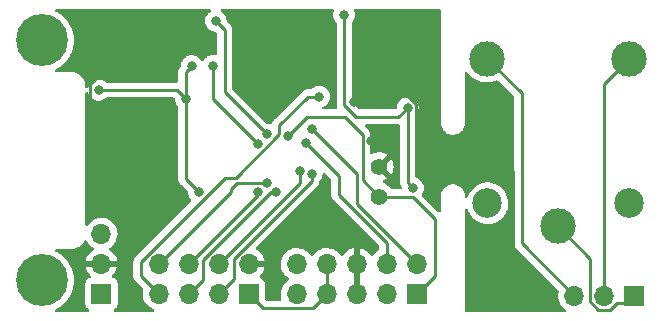
<source format=gbr>
%TF.GenerationSoftware,KiCad,Pcbnew,(6.0.7)*%
%TF.CreationDate,2022-09-05T20:23:25-07:00*%
%TF.ProjectId,EB4,4542342e-6b69-4636-9164-5f7063625858,rev?*%
%TF.SameCoordinates,Original*%
%TF.FileFunction,Copper,L2,Bot*%
%TF.FilePolarity,Positive*%
%FSLAX46Y46*%
G04 Gerber Fmt 4.6, Leading zero omitted, Abs format (unit mm)*
G04 Created by KiCad (PCBNEW (6.0.7)) date 2022-09-05 20:23:25*
%MOMM*%
%LPD*%
G01*
G04 APERTURE LIST*
%TA.AperFunction,ComponentPad*%
%ADD10R,1.700000X1.700000*%
%TD*%
%TA.AperFunction,ComponentPad*%
%ADD11O,1.700000X1.700000*%
%TD*%
%TA.AperFunction,ComponentPad*%
%ADD12C,0.700000*%
%TD*%
%TA.AperFunction,ComponentPad*%
%ADD13C,4.400000*%
%TD*%
%TA.AperFunction,ComponentPad*%
%ADD14C,3.000000*%
%TD*%
%TA.AperFunction,ComponentPad*%
%ADD15C,2.500000*%
%TD*%
%TA.AperFunction,ComponentPad*%
%ADD16C,1.400000*%
%TD*%
%TA.AperFunction,ViaPad*%
%ADD17C,0.800000*%
%TD*%
%TA.AperFunction,Conductor*%
%ADD18C,0.250000*%
%TD*%
G04 APERTURE END LIST*
D10*
%TO.P,J1,1,Pin_1*%
%TO.N,/VIN*%
X71412500Y-88123000D03*
D11*
%TO.P,J1,2,Pin_2*%
%TO.N,GND*%
X71412500Y-85583000D03*
%TO.P,J1,3,Pin_3*%
%TO.N,+3.3V*%
X71412500Y-83043000D03*
%TD*%
D12*
%TO.P,REF\u002A\u002A,1*%
%TO.N,N/C*%
X67524226Y-88161726D03*
X65190774Y-88161726D03*
X65190774Y-85828274D03*
X64707500Y-86995000D03*
D13*
X66357500Y-86995000D03*
D12*
X66357500Y-85345000D03*
X66357500Y-88645000D03*
X67524226Y-85828274D03*
X68007500Y-86995000D03*
%TD*%
%TO.P,REF\u002A\u002A,1*%
%TO.N,N/C*%
X64707500Y-66675000D03*
X68007500Y-66675000D03*
X66357500Y-68325000D03*
X65190774Y-67841726D03*
X66357500Y-65025000D03*
D13*
X66357500Y-66675000D03*
D12*
X67524226Y-67841726D03*
X67524226Y-65508274D03*
X65190774Y-65508274D03*
%TD*%
D10*
%TO.P,J2,1,Pin_1*%
%TO.N,/NRST*%
X98107500Y-88158000D03*
D11*
%TO.P,J2,2,Pin_2*%
%TO.N,/SWCLK*%
X98107500Y-85618000D03*
%TO.P,J2,3,Pin_3*%
%TO.N,unconnected-(J2-Pad3)*%
X95567500Y-88158000D03*
%TO.P,J2,4,Pin_4*%
%TO.N,/SWDIO*%
X95567500Y-85618000D03*
%TO.P,J2,5,Pin_5*%
%TO.N,GND*%
X93027500Y-88158000D03*
%TO.P,J2,6,Pin_6*%
X93027500Y-85618000D03*
%TO.P,J2,7,Pin_7*%
%TO.N,+3.3V*%
X90487500Y-88158000D03*
%TO.P,J2,8,Pin_8*%
X90487500Y-85618000D03*
%TO.P,J2,9,Pin_9*%
%TO.N,unconnected-(J2-Pad9)*%
X87947500Y-88158000D03*
%TO.P,J2,10,Pin_10*%
%TO.N,unconnected-(J2-Pad10)*%
X87947500Y-85618000D03*
%TD*%
D14*
%TO.P,K1,1*%
%TO.N,/COM*%
X110045500Y-82414000D03*
D15*
%TO.P,K1,2*%
%TO.N,Net-(D4-Pad2)*%
X116095500Y-80464000D03*
D14*
%TO.P,K1,3*%
%TO.N,/NC*%
X116095500Y-68264000D03*
%TO.P,K1,4*%
%TO.N,/NO*%
X104045500Y-68214000D03*
D15*
%TO.P,K1,5*%
%TO.N,/VIN*%
X104095500Y-80464000D03*
%TD*%
D10*
%TO.P,J3,1,Pin_1*%
%TO.N,+3.3V*%
X83883500Y-88138000D03*
D11*
%TO.P,J3,2,Pin_2*%
%TO.N,GND*%
X83883500Y-85598000D03*
%TO.P,J3,3,Pin_3*%
%TO.N,/CSN*%
X81343500Y-88138000D03*
%TO.P,J3,4,Pin_4*%
%TO.N,/CE*%
X81343500Y-85598000D03*
%TO.P,J3,5,Pin_5*%
%TO.N,/MOSI*%
X78803500Y-88138000D03*
%TO.P,J3,6,Pin_6*%
%TO.N,/SCK*%
X78803500Y-85598000D03*
%TO.P,J3,7,Pin_7*%
%TO.N,/IRQ*%
X76263500Y-88138000D03*
%TO.P,J3,8,Pin_8*%
%TO.N,/MISO*%
X76263500Y-85598000D03*
%TD*%
D10*
%TO.P,J4,1,Pin_1*%
%TO.N,/COM*%
X116507500Y-88290000D03*
D11*
%TO.P,J4,2,Pin_2*%
%TO.N,/NC*%
X113967500Y-88290000D03*
%TO.P,J4,3,Pin_3*%
%TO.N,/NO*%
X111427500Y-88290000D03*
%TD*%
D16*
%TO.P,JP1,1,A*%
%TO.N,GND*%
X94932500Y-77363000D03*
%TO.P,JP1,2,B*%
%TO.N,/NRST*%
X94932500Y-79903000D03*
%TD*%
D17*
%TO.N,+3.3V*%
X78549500Y-71628000D03*
X79655925Y-79519275D03*
X91948000Y-64516000D03*
X79057500Y-68834000D03*
X97805987Y-79180945D03*
X97345500Y-72363500D03*
X71172500Y-70877000D03*
%TO.N,GND*%
X86423500Y-70612000D03*
X72961500Y-76200000D03*
X92773500Y-71882000D03*
X108775500Y-87884000D03*
X73723500Y-88138000D03*
X79311500Y-64516000D03*
X94260000Y-75188299D03*
X72199500Y-69850000D03*
X85407500Y-66294000D03*
X99695000Y-78740000D03*
%TO.N,/NRST*%
X87174693Y-74760775D03*
%TO.N,/SWCLK*%
X89217500Y-74168000D03*
%TO.N,/SWDIO*%
X88709500Y-75360500D03*
%TO.N,/PA10*%
X84641201Y-75433701D03*
X80835500Y-68834000D03*
%TO.N,/PA11*%
X85407500Y-74638500D03*
X81089500Y-65024000D03*
%TO.N,/SCK*%
X84645500Y-79502000D03*
%TO.N,/MISO*%
X85407500Y-78740000D03*
%TO.N,/MOSI*%
X86169500Y-79502000D03*
%TO.N,/CSN*%
X89217500Y-77978000D03*
%TO.N,/CE*%
X88201500Y-77724000D03*
%TO.N,/IRQ*%
X89842551Y-71427491D03*
%TD*%
D18*
%TO.N,+3.3V*%
X78549500Y-71628000D02*
X78549500Y-69342000D01*
X89312500Y-89333000D02*
X85078500Y-89333000D01*
X97805987Y-79180945D02*
X97345500Y-78720458D01*
X78549500Y-78412850D02*
X78549500Y-71628000D01*
X97345500Y-78720458D02*
X97345500Y-72363500D01*
X90487500Y-88158000D02*
X89312500Y-89333000D01*
X78549500Y-69342000D02*
X79057500Y-68834000D01*
X96557000Y-73152000D02*
X97345500Y-72363500D01*
X91948000Y-64516000D02*
X91948000Y-72136000D01*
X85078500Y-89333000D02*
X83883500Y-88138000D01*
X91948000Y-72136000D02*
X92964000Y-73152000D01*
X79655925Y-79519275D02*
X78549500Y-78412850D01*
X71172500Y-70877000D02*
X77798500Y-70877000D01*
X92964000Y-73152000D02*
X96557000Y-73152000D01*
X90487500Y-85618000D02*
X90487500Y-88158000D01*
X77798500Y-70877000D02*
X78549500Y-71628000D01*
%TO.N,GND*%
X97381305Y-71374000D02*
X93281500Y-71374000D01*
X106235500Y-85344000D02*
X106235500Y-77724000D01*
X70421500Y-73660000D02*
X72961500Y-76200000D01*
X70929500Y-69850000D02*
X70421500Y-70358000D01*
X99568000Y-75692000D02*
X98070500Y-74194500D01*
X94518299Y-74930000D02*
X94260000Y-75188299D01*
X108775500Y-87884000D02*
X106235500Y-85344000D01*
X104203500Y-75692000D02*
X99568000Y-75692000D01*
X93281500Y-71374000D02*
X92773500Y-71882000D01*
X70421500Y-70358000D02*
X70421500Y-73660000D01*
X106235500Y-77724000D02*
X104203500Y-75692000D01*
X98070500Y-72063195D02*
X97381305Y-71374000D01*
X98070500Y-74194500D02*
X98070500Y-72063195D01*
X72199500Y-69850000D02*
X70929500Y-69850000D01*
%TO.N,/NRST*%
X97746500Y-79903000D02*
X99631500Y-81788000D01*
X93535500Y-74676000D02*
X93535500Y-78506000D01*
X93535500Y-78506000D02*
X94932500Y-79903000D01*
X92011500Y-73152000D02*
X93535500Y-74676000D01*
X87174693Y-74760775D02*
X88783468Y-73152000D01*
X99631500Y-81788000D02*
X99631500Y-86634000D01*
X88783468Y-73152000D02*
X92011500Y-73152000D01*
X99631500Y-86634000D02*
X98107500Y-88158000D01*
X94932500Y-79903000D02*
X97746500Y-79903000D01*
%TO.N,/SWCLK*%
X93027500Y-77978000D02*
X89217500Y-74168000D01*
X98107500Y-85618000D02*
X93027500Y-80538000D01*
X93027500Y-80538000D02*
X93027500Y-77978000D01*
%TO.N,/SWDIO*%
X91503500Y-78154500D02*
X88709500Y-75360500D01*
X95567500Y-85618000D02*
X95567500Y-83820000D01*
X95567500Y-83820000D02*
X91503500Y-79756000D01*
X91503500Y-79756000D02*
X91503500Y-78154500D01*
%TO.N,/PA10*%
X80835500Y-71628000D02*
X84641201Y-75433701D01*
X80835500Y-68834000D02*
X80835500Y-71628000D01*
%TO.N,/PA11*%
X81851500Y-71082500D02*
X85407500Y-74638500D01*
X81851500Y-65786000D02*
X81851500Y-71082500D01*
X81089500Y-65024000D02*
X81851500Y-65786000D01*
%TO.N,/SCK*%
X84645500Y-79756000D02*
X78803500Y-85598000D01*
X84645500Y-79502000D02*
X84645500Y-79756000D01*
%TO.N,/MISO*%
X82867500Y-78740000D02*
X82359500Y-79248000D01*
X82359500Y-79502000D02*
X76263500Y-85598000D01*
X82359500Y-79248000D02*
X82359500Y-79502000D01*
X85407500Y-78740000D02*
X82867500Y-78740000D01*
%TO.N,/MOSI*%
X79978500Y-86963000D02*
X78803500Y-88138000D01*
X85777799Y-79502000D02*
X79978500Y-85301299D01*
X79978500Y-85301299D02*
X79978500Y-86963000D01*
X86169500Y-79502000D02*
X85777799Y-79502000D01*
%TO.N,/CSN*%
X82613500Y-86868000D02*
X81343500Y-88138000D01*
X89217500Y-78602299D02*
X82613500Y-85206299D01*
X82613500Y-85206299D02*
X82613500Y-86868000D01*
X89217500Y-77978000D02*
X89217500Y-78602299D01*
%TO.N,/CE*%
X88201500Y-77724000D02*
X88201500Y-78740000D01*
X88201500Y-78740000D02*
X81343500Y-85598000D01*
%TO.N,/IRQ*%
X86460500Y-73867695D02*
X86460500Y-74639000D01*
X89842551Y-71427491D02*
X88900704Y-71427491D01*
X74739500Y-85460299D02*
X74739500Y-86614000D01*
X86460500Y-74639000D02*
X82809500Y-78290000D01*
X74739500Y-86614000D02*
X76263500Y-88138000D01*
X82809500Y-78290000D02*
X81909799Y-78290000D01*
X88900704Y-71427491D02*
X86460500Y-73867695D01*
X81909799Y-78290000D02*
X74739500Y-85460299D01*
%TO.N,/COM*%
X113480799Y-89465000D02*
X112792500Y-88776701D01*
X116507500Y-88290000D02*
X115897500Y-88900000D01*
X115019201Y-88900000D02*
X114454201Y-89465000D01*
X112792500Y-88776701D02*
X112792500Y-85161000D01*
X112792500Y-85161000D02*
X110045500Y-82414000D01*
X115897500Y-88900000D02*
X115019201Y-88900000D01*
X114454201Y-89465000D02*
X113480799Y-89465000D01*
%TO.N,/NC*%
X113967500Y-70392000D02*
X116095500Y-68264000D01*
X113967500Y-88290000D02*
X113967500Y-70392000D01*
%TO.N,/NO*%
X104045500Y-68214000D02*
X106997500Y-71166000D01*
X106997500Y-83860000D02*
X111427500Y-88290000D01*
X106997500Y-71166000D02*
X106997500Y-83860000D01*
%TD*%
%TA.AperFunction,Conductor*%
%TO.N,GND*%
G36*
X70249512Y-71034877D02*
G01*
X70286833Y-71091163D01*
X70337973Y-71248556D01*
X70433460Y-71413944D01*
X70437878Y-71418851D01*
X70437879Y-71418852D01*
X70445658Y-71427491D01*
X70561247Y-71555866D01*
X70636934Y-71610856D01*
X70694537Y-71652707D01*
X70715748Y-71668118D01*
X70721776Y-71670802D01*
X70721778Y-71670803D01*
X70867084Y-71735497D01*
X70890212Y-71745794D01*
X70983613Y-71765647D01*
X71070556Y-71784128D01*
X71070561Y-71784128D01*
X71077013Y-71785500D01*
X71267987Y-71785500D01*
X71274439Y-71784128D01*
X71274444Y-71784128D01*
X71361387Y-71765647D01*
X71454788Y-71745794D01*
X71477916Y-71735497D01*
X71623222Y-71670803D01*
X71623224Y-71670802D01*
X71629252Y-71668118D01*
X71650464Y-71652707D01*
X71776559Y-71561093D01*
X71783753Y-71555866D01*
X71788168Y-71550963D01*
X71793080Y-71546540D01*
X71794205Y-71547789D01*
X71847514Y-71514949D01*
X71880700Y-71510500D01*
X77483906Y-71510500D01*
X77552027Y-71530502D01*
X77573001Y-71547405D01*
X77602378Y-71576782D01*
X77636404Y-71639094D01*
X77638592Y-71652703D01*
X77642465Y-71689545D01*
X77653974Y-71799047D01*
X77655958Y-71817928D01*
X77714973Y-71999556D01*
X77718276Y-72005278D01*
X77718277Y-72005279D01*
X77734676Y-72033683D01*
X77810460Y-72164944D01*
X77883637Y-72246215D01*
X77914353Y-72310221D01*
X77916000Y-72330524D01*
X77916000Y-78334083D01*
X77915473Y-78345266D01*
X77913798Y-78352759D01*
X77914047Y-78360685D01*
X77914047Y-78360686D01*
X77915938Y-78420836D01*
X77916000Y-78424795D01*
X77916000Y-78452706D01*
X77916497Y-78456640D01*
X77916497Y-78456641D01*
X77916505Y-78456706D01*
X77917438Y-78468543D01*
X77918827Y-78512739D01*
X77924478Y-78532189D01*
X77928487Y-78551550D01*
X77931026Y-78571647D01*
X77933945Y-78579018D01*
X77933945Y-78579020D01*
X77947304Y-78612762D01*
X77951149Y-78623992D01*
X77959761Y-78653635D01*
X77963482Y-78666443D01*
X77967515Y-78673262D01*
X77967517Y-78673267D01*
X77973793Y-78683878D01*
X77982488Y-78701626D01*
X77989948Y-78720467D01*
X77994610Y-78726883D01*
X77994610Y-78726884D01*
X78015936Y-78756237D01*
X78022452Y-78766157D01*
X78026273Y-78772617D01*
X78044958Y-78804212D01*
X78059279Y-78818533D01*
X78072119Y-78833566D01*
X78084028Y-78849957D01*
X78090134Y-78855008D01*
X78118105Y-78878148D01*
X78126884Y-78886138D01*
X78708803Y-79468057D01*
X78742829Y-79530369D01*
X78745017Y-79543978D01*
X78749017Y-79582030D01*
X78761283Y-79698734D01*
X78762383Y-79709203D01*
X78821398Y-79890831D01*
X78824701Y-79896553D01*
X78824702Y-79896554D01*
X78841543Y-79925723D01*
X78916885Y-80056219D01*
X78993606Y-80141426D01*
X79024323Y-80205434D01*
X79015558Y-80275887D01*
X78989064Y-80314831D01*
X76641862Y-82662032D01*
X74347247Y-84956647D01*
X74338961Y-84964187D01*
X74332482Y-84968299D01*
X74327057Y-84974076D01*
X74285857Y-85017950D01*
X74283102Y-85020792D01*
X74263365Y-85040529D01*
X74260885Y-85043726D01*
X74253182Y-85052746D01*
X74222914Y-85084978D01*
X74219095Y-85091924D01*
X74219093Y-85091927D01*
X74213152Y-85102733D01*
X74202301Y-85119252D01*
X74189886Y-85135258D01*
X74186741Y-85142527D01*
X74186738Y-85142531D01*
X74172326Y-85175836D01*
X74167109Y-85186486D01*
X74145805Y-85225239D01*
X74143834Y-85232914D01*
X74143834Y-85232915D01*
X74140767Y-85244861D01*
X74134363Y-85263565D01*
X74126319Y-85282154D01*
X74125080Y-85289977D01*
X74125077Y-85289987D01*
X74119401Y-85325823D01*
X74116995Y-85337443D01*
X74111823Y-85357588D01*
X74106000Y-85380269D01*
X74106000Y-85400523D01*
X74104449Y-85420233D01*
X74101280Y-85440242D01*
X74102026Y-85448134D01*
X74105441Y-85484260D01*
X74106000Y-85496118D01*
X74106000Y-86535233D01*
X74105473Y-86546416D01*
X74103798Y-86553909D01*
X74104047Y-86561835D01*
X74104047Y-86561836D01*
X74105938Y-86621986D01*
X74106000Y-86625945D01*
X74106000Y-86653856D01*
X74106497Y-86657790D01*
X74106497Y-86657791D01*
X74106505Y-86657856D01*
X74107438Y-86669693D01*
X74108827Y-86713889D01*
X74114478Y-86733339D01*
X74118487Y-86752700D01*
X74121026Y-86772797D01*
X74123945Y-86780168D01*
X74123945Y-86780170D01*
X74137304Y-86813912D01*
X74141149Y-86825142D01*
X74149601Y-86854233D01*
X74153482Y-86867593D01*
X74157515Y-86874412D01*
X74157517Y-86874417D01*
X74163793Y-86885028D01*
X74172488Y-86902776D01*
X74179948Y-86921617D01*
X74184610Y-86928033D01*
X74184610Y-86928034D01*
X74205936Y-86957387D01*
X74212452Y-86967307D01*
X74228830Y-86995000D01*
X74234958Y-87005362D01*
X74249279Y-87019683D01*
X74262119Y-87034716D01*
X74274028Y-87051107D01*
X74301998Y-87074246D01*
X74308105Y-87079298D01*
X74316884Y-87087288D01*
X74913278Y-87683682D01*
X74947304Y-87745994D01*
X74945600Y-87806448D01*
X74924489Y-87882570D01*
X74923941Y-87887700D01*
X74923940Y-87887704D01*
X74919687Y-87927504D01*
X74900751Y-88104695D01*
X74913610Y-88327715D01*
X74914747Y-88332761D01*
X74914748Y-88332767D01*
X74919561Y-88354121D01*
X74962722Y-88545639D01*
X75046766Y-88752616D01*
X75084185Y-88813678D01*
X75160791Y-88938688D01*
X75163487Y-88943088D01*
X75309750Y-89111938D01*
X75481626Y-89254632D01*
X75674500Y-89367338D01*
X75679325Y-89369180D01*
X75679326Y-89369181D01*
X75806620Y-89417790D01*
X75863123Y-89460778D01*
X75887416Y-89527489D01*
X75871786Y-89596744D01*
X75821195Y-89646554D01*
X75761671Y-89661500D01*
X72564571Y-89661500D01*
X72496450Y-89641498D01*
X72449957Y-89587842D01*
X72439853Y-89517568D01*
X72469347Y-89452988D01*
X72502757Y-89426032D01*
X72509205Y-89423615D01*
X72625761Y-89336261D01*
X72713115Y-89219705D01*
X72764245Y-89083316D01*
X72771000Y-89021134D01*
X72771000Y-87224866D01*
X72764245Y-87162684D01*
X72713115Y-87026295D01*
X72625761Y-86909739D01*
X72509205Y-86822385D01*
X72414573Y-86786909D01*
X72390187Y-86777767D01*
X72333423Y-86735125D01*
X72308723Y-86668564D01*
X72323930Y-86599215D01*
X72345477Y-86570535D01*
X72446552Y-86469812D01*
X72453230Y-86461965D01*
X72577503Y-86289020D01*
X72582813Y-86280183D01*
X72677170Y-86089267D01*
X72680969Y-86079672D01*
X72742877Y-85875910D01*
X72745055Y-85865837D01*
X72746486Y-85854962D01*
X72744275Y-85840778D01*
X72731117Y-85837000D01*
X70095725Y-85837000D01*
X70082194Y-85840973D01*
X70080757Y-85850966D01*
X70111065Y-85985446D01*
X70114145Y-85995275D01*
X70194270Y-86192603D01*
X70198913Y-86201794D01*
X70310194Y-86383388D01*
X70316277Y-86391699D01*
X70455713Y-86552667D01*
X70463077Y-86559879D01*
X70468022Y-86563985D01*
X70507656Y-86622889D01*
X70509153Y-86693870D01*
X70472037Y-86754392D01*
X70431764Y-86778910D01*
X70324205Y-86819232D01*
X70324204Y-86819233D01*
X70315795Y-86822385D01*
X70199239Y-86909739D01*
X70111885Y-87026295D01*
X70060755Y-87162684D01*
X70054000Y-87224866D01*
X70054000Y-89021134D01*
X70060755Y-89083316D01*
X70111885Y-89219705D01*
X70199239Y-89336261D01*
X70315795Y-89423615D01*
X70321837Y-89425880D01*
X70371084Y-89475239D01*
X70386098Y-89544630D01*
X70361212Y-89611122D01*
X70304329Y-89653605D01*
X70260429Y-89661500D01*
X67625016Y-89661500D01*
X67556895Y-89641498D01*
X67510402Y-89587842D01*
X67500298Y-89517568D01*
X67529792Y-89452988D01*
X67570339Y-89423345D01*
X67569825Y-89422324D01*
X67573220Y-89420616D01*
X67576705Y-89419119D01*
X67859101Y-89255091D01*
X68058588Y-89104493D01*
X68116721Y-89060607D01*
X68116722Y-89060606D01*
X68119745Y-89058324D01*
X68243849Y-88938688D01*
X68352132Y-88834303D01*
X68352135Y-88834300D01*
X68354863Y-88831670D01*
X68468087Y-88692596D01*
X68558655Y-88581351D01*
X68558658Y-88581347D01*
X68561049Y-88578410D01*
X68706607Y-88347715D01*
X68733288Y-88305428D01*
X68733290Y-88305425D01*
X68735315Y-88302215D01*
X68875138Y-88007084D01*
X68908293Y-87907707D01*
X68977290Y-87700897D01*
X68977292Y-87700891D01*
X68978492Y-87697293D01*
X69043881Y-87377329D01*
X69044586Y-87368671D01*
X69067814Y-87083077D01*
X69070356Y-87051826D01*
X69070843Y-87005362D01*
X69070928Y-86997221D01*
X69070928Y-86997214D01*
X69070951Y-86995000D01*
X69070613Y-86989385D01*
X69051526Y-86672793D01*
X69051526Y-86672789D01*
X69051298Y-86669015D01*
X69050339Y-86663760D01*
X68993305Y-86351473D01*
X68993304Y-86351469D01*
X68992625Y-86347751D01*
X68984328Y-86321028D01*
X68921848Y-86119811D01*
X68895782Y-86035863D01*
X68762170Y-85737869D01*
X68593726Y-85458084D01*
X68591399Y-85455100D01*
X68591394Y-85455093D01*
X68395226Y-85203558D01*
X68395224Y-85203556D01*
X68392890Y-85200563D01*
X68162570Y-84969034D01*
X67906103Y-84766852D01*
X67627205Y-84596945D01*
X67623761Y-84595379D01*
X67623757Y-84595377D01*
X67581744Y-84576275D01*
X67566185Y-84569201D01*
X67512452Y-84522797D01*
X67492336Y-84454710D01*
X67512225Y-84386556D01*
X67565803Y-84339974D01*
X67618336Y-84328500D01*
X68844250Y-84328500D01*
X68865155Y-84330246D01*
X68880156Y-84332770D01*
X68880159Y-84332770D01*
X68884948Y-84333576D01*
X68891187Y-84333652D01*
X68892640Y-84333670D01*
X68892643Y-84333670D01*
X68897500Y-84333729D01*
X68909537Y-84332005D01*
X68916378Y-84331216D01*
X68984354Y-84325269D01*
X69091344Y-84315909D01*
X69091349Y-84315908D01*
X69096825Y-84315429D01*
X69102138Y-84314005D01*
X69102140Y-84314005D01*
X69284784Y-84265066D01*
X69284786Y-84265065D01*
X69290094Y-84263643D01*
X69295076Y-84261320D01*
X69466447Y-84181409D01*
X69466452Y-84181406D01*
X69471434Y-84179083D01*
X69602698Y-84087171D01*
X69630824Y-84067477D01*
X69630827Y-84067475D01*
X69635335Y-84064318D01*
X69776818Y-83922835D01*
X69785974Y-83909760D01*
X69862892Y-83799909D01*
X69891583Y-83758934D01*
X69893906Y-83753952D01*
X69893909Y-83753947D01*
X69953995Y-83625091D01*
X70000912Y-83571806D01*
X70069190Y-83552345D01*
X70137149Y-83572887D01*
X70184933Y-83630938D01*
X70193820Y-83652825D01*
X70193823Y-83652831D01*
X70195766Y-83657616D01*
X70232258Y-83717165D01*
X70287821Y-83807836D01*
X70312487Y-83848088D01*
X70458750Y-84016938D01*
X70630626Y-84159632D01*
X70658510Y-84175926D01*
X70704455Y-84202774D01*
X70753179Y-84254412D01*
X70766250Y-84324195D01*
X70739519Y-84389967D01*
X70699062Y-84423327D01*
X70690957Y-84427546D01*
X70682238Y-84433036D01*
X70511933Y-84560905D01*
X70504226Y-84567748D01*
X70357090Y-84721717D01*
X70350604Y-84729727D01*
X70230598Y-84905649D01*
X70225500Y-84914623D01*
X70135838Y-85107783D01*
X70132275Y-85117470D01*
X70076889Y-85317183D01*
X70078412Y-85325607D01*
X70090792Y-85329000D01*
X72730844Y-85329000D01*
X72744375Y-85325027D01*
X72745680Y-85315947D01*
X72703714Y-85148875D01*
X72700394Y-85139124D01*
X72615472Y-84943814D01*
X72610605Y-84934739D01*
X72494926Y-84755926D01*
X72488636Y-84747757D01*
X72345306Y-84590240D01*
X72337773Y-84583215D01*
X72170639Y-84451222D01*
X72162056Y-84445520D01*
X72125102Y-84425120D01*
X72075131Y-84374687D01*
X72060359Y-84305245D01*
X72085475Y-84238839D01*
X72112827Y-84212232D01*
X72179769Y-84164483D01*
X72292360Y-84084173D01*
X72309115Y-84067477D01*
X72446935Y-83930137D01*
X72450596Y-83926489D01*
X72458350Y-83915699D01*
X72577935Y-83749277D01*
X72580953Y-83745077D01*
X72620782Y-83664490D01*
X72677636Y-83549453D01*
X72677637Y-83549451D01*
X72679930Y-83544811D01*
X72744870Y-83331069D01*
X72774029Y-83109590D01*
X72775656Y-83043000D01*
X72757352Y-82820361D01*
X72702931Y-82603702D01*
X72613854Y-82398840D01*
X72574406Y-82337862D01*
X72495322Y-82215617D01*
X72495320Y-82215614D01*
X72492514Y-82211277D01*
X72342170Y-82046051D01*
X72338119Y-82042852D01*
X72338115Y-82042848D01*
X72170914Y-81910800D01*
X72170910Y-81910798D01*
X72166859Y-81907598D01*
X72136151Y-81890646D01*
X72059471Y-81848317D01*
X71971289Y-81799638D01*
X71966420Y-81797914D01*
X71966416Y-81797912D01*
X71765587Y-81726795D01*
X71765583Y-81726794D01*
X71760712Y-81725069D01*
X71755619Y-81724162D01*
X71755616Y-81724161D01*
X71545873Y-81686800D01*
X71545867Y-81686799D01*
X71540784Y-81685894D01*
X71466952Y-81684992D01*
X71322581Y-81683228D01*
X71322579Y-81683228D01*
X71317411Y-81683165D01*
X71096591Y-81716955D01*
X70884256Y-81786357D01*
X70854907Y-81801635D01*
X70710500Y-81876809D01*
X70686107Y-81889507D01*
X70681974Y-81892610D01*
X70681971Y-81892612D01*
X70511600Y-82020530D01*
X70507465Y-82023635D01*
X70353129Y-82185138D01*
X70350215Y-82189410D01*
X70350214Y-82189411D01*
X70271088Y-82305406D01*
X70216177Y-82350409D01*
X70145652Y-82358580D01*
X70081905Y-82327326D01*
X70045175Y-82266569D01*
X70041000Y-82234402D01*
X70041000Y-71130101D01*
X70061002Y-71061980D01*
X70114658Y-71015487D01*
X70184932Y-71005383D01*
X70249512Y-71034877D01*
G37*
%TD.AperFunction*%
%TA.AperFunction,Conductor*%
G36*
X99978014Y-64010000D02*
G01*
X99992849Y-64012310D01*
X99992852Y-64012310D01*
X100001722Y-64013691D01*
X100007498Y-64012936D01*
X100073851Y-64033303D01*
X100119685Y-64087523D01*
X100128152Y-64128874D01*
X100129296Y-64128724D01*
X100132397Y-64152432D01*
X100133443Y-64160434D01*
X100134507Y-64176711D01*
X100135226Y-65694036D01*
X100138976Y-73610726D01*
X100137476Y-73630170D01*
X100135190Y-73644851D01*
X100135190Y-73644855D01*
X100133809Y-73653724D01*
X100134682Y-73660402D01*
X100138118Y-73697481D01*
X100149271Y-73817837D01*
X100152027Y-73847582D01*
X100153621Y-73853183D01*
X100153621Y-73853185D01*
X100157685Y-73867468D01*
X100203581Y-74028775D01*
X100287552Y-74197411D01*
X100291063Y-74202060D01*
X100291064Y-74202062D01*
X100323720Y-74245305D01*
X100401079Y-74347746D01*
X100540297Y-74474660D01*
X100545248Y-74477726D01*
X100545250Y-74477727D01*
X100621709Y-74525068D01*
X100700466Y-74573832D01*
X100876130Y-74641885D01*
X101061307Y-74676500D01*
X101249693Y-74676500D01*
X101434870Y-74641885D01*
X101610534Y-74573832D01*
X101689291Y-74525068D01*
X101765750Y-74477727D01*
X101765752Y-74477726D01*
X101770703Y-74474660D01*
X101909921Y-74347746D01*
X101987280Y-74245305D01*
X102019936Y-74202062D01*
X102019937Y-74202060D01*
X102023448Y-74197411D01*
X102107419Y-74028775D01*
X102153315Y-73867468D01*
X102157379Y-73853185D01*
X102157379Y-73853183D01*
X102158973Y-73847582D01*
X102172452Y-73702118D01*
X102173655Y-73692886D01*
X102177076Y-73672552D01*
X102177229Y-73660000D01*
X102173273Y-73632376D01*
X102172000Y-73614514D01*
X102172000Y-69439923D01*
X102192002Y-69371802D01*
X102245658Y-69325309D01*
X102315932Y-69315205D01*
X102380512Y-69344699D01*
X102401840Y-69368556D01*
X102467774Y-69464490D01*
X102470661Y-69467663D01*
X102470662Y-69467664D01*
X102649192Y-69663867D01*
X102652082Y-69667043D01*
X102862175Y-69842707D01*
X102865816Y-69844991D01*
X103090524Y-69985951D01*
X103090528Y-69985953D01*
X103094164Y-69988234D01*
X103172553Y-70023628D01*
X103339845Y-70099164D01*
X103339849Y-70099166D01*
X103343757Y-70100930D01*
X103347877Y-70102150D01*
X103347876Y-70102150D01*
X103602223Y-70177491D01*
X103602227Y-70177492D01*
X103606336Y-70178709D01*
X103610570Y-70179357D01*
X103610575Y-70179358D01*
X103872798Y-70219483D01*
X103872800Y-70219483D01*
X103877040Y-70220132D01*
X104016412Y-70222322D01*
X104146571Y-70224367D01*
X104146577Y-70224367D01*
X104150862Y-70224434D01*
X104422735Y-70191534D01*
X104687627Y-70122041D01*
X104871484Y-70045885D01*
X104942071Y-70038296D01*
X105008795Y-70073199D01*
X106327095Y-71391499D01*
X106361121Y-71453811D01*
X106364000Y-71480594D01*
X106364000Y-83781233D01*
X106363473Y-83792416D01*
X106361798Y-83799909D01*
X106362047Y-83807835D01*
X106362047Y-83807836D01*
X106363938Y-83867986D01*
X106364000Y-83871945D01*
X106364000Y-83899856D01*
X106364497Y-83903790D01*
X106364497Y-83903791D01*
X106364505Y-83903856D01*
X106365438Y-83915693D01*
X106366827Y-83959889D01*
X106372478Y-83979339D01*
X106376487Y-83998700D01*
X106379026Y-84018797D01*
X106381945Y-84026168D01*
X106381945Y-84026170D01*
X106395304Y-84059912D01*
X106399149Y-84071142D01*
X106411482Y-84113593D01*
X106415515Y-84120412D01*
X106415517Y-84120417D01*
X106421793Y-84131028D01*
X106430488Y-84148776D01*
X106437948Y-84167617D01*
X106442610Y-84174033D01*
X106442610Y-84174034D01*
X106463936Y-84203387D01*
X106470452Y-84213307D01*
X106486730Y-84240831D01*
X106492958Y-84251362D01*
X106507279Y-84265683D01*
X106520119Y-84280716D01*
X106532028Y-84297107D01*
X106560186Y-84320401D01*
X106566105Y-84325298D01*
X106574884Y-84333288D01*
X110077277Y-87835682D01*
X110111303Y-87897994D01*
X110109600Y-87958446D01*
X110088489Y-88034570D01*
X110064751Y-88256695D01*
X110065048Y-88261848D01*
X110065048Y-88261851D01*
X110069701Y-88342547D01*
X110077610Y-88479715D01*
X110078747Y-88484761D01*
X110078748Y-88484767D01*
X110084757Y-88511429D01*
X110126722Y-88697639D01*
X110210766Y-88904616D01*
X110243901Y-88958688D01*
X110303345Y-89055691D01*
X110327487Y-89095088D01*
X110473750Y-89263938D01*
X110645626Y-89406632D01*
X110672480Y-89422324D01*
X110679989Y-89426712D01*
X110728713Y-89478350D01*
X110741784Y-89548133D01*
X110715053Y-89613905D01*
X110657006Y-89654784D01*
X110616419Y-89661500D01*
X102298000Y-89661500D01*
X102229879Y-89641498D01*
X102183386Y-89587842D01*
X102172000Y-89535500D01*
X102172000Y-81034608D01*
X102192002Y-80966487D01*
X102245658Y-80919994D01*
X102315932Y-80909890D01*
X102380512Y-80939384D01*
X102416588Y-80992030D01*
X102484526Y-81181252D01*
X102499692Y-81209478D01*
X102588793Y-81375303D01*
X102608237Y-81411491D01*
X102611032Y-81415234D01*
X102611034Y-81415237D01*
X102761830Y-81617177D01*
X102761835Y-81617183D01*
X102764622Y-81620915D01*
X102767931Y-81624195D01*
X102767936Y-81624201D01*
X102946926Y-81801635D01*
X102950243Y-81804923D01*
X102954005Y-81807681D01*
X102954008Y-81807684D01*
X103090274Y-81907598D01*
X103161024Y-81959474D01*
X103165167Y-81961654D01*
X103165169Y-81961655D01*
X103388184Y-82078989D01*
X103388189Y-82078991D01*
X103392334Y-82081172D01*
X103639090Y-82167344D01*
X103643683Y-82168216D01*
X103891285Y-82215224D01*
X103891288Y-82215224D01*
X103895874Y-82216095D01*
X104026459Y-82221226D01*
X104152375Y-82226174D01*
X104152381Y-82226174D01*
X104157043Y-82226357D01*
X104236477Y-82217657D01*
X104412207Y-82198412D01*
X104412212Y-82198411D01*
X104416860Y-82197902D01*
X104421384Y-82196711D01*
X104665094Y-82132548D01*
X104665096Y-82132547D01*
X104669617Y-82131357D01*
X104696268Y-82119907D01*
X104905472Y-82030025D01*
X104909762Y-82028182D01*
X104920399Y-82021600D01*
X105128047Y-81893104D01*
X105128048Y-81893104D01*
X105132019Y-81890646D01*
X105135582Y-81887629D01*
X105135587Y-81887626D01*
X105327939Y-81724787D01*
X105327940Y-81724786D01*
X105331505Y-81721768D01*
X105375541Y-81671555D01*
X105500757Y-81528774D01*
X105500761Y-81528769D01*
X105503839Y-81525259D01*
X105645233Y-81305437D01*
X105752583Y-81067129D01*
X105794080Y-80919994D01*
X105822260Y-80820076D01*
X105822261Y-80820073D01*
X105823530Y-80815572D01*
X105839928Y-80686671D01*
X105856116Y-80559421D01*
X105856116Y-80559417D01*
X105856514Y-80556291D01*
X105857033Y-80536500D01*
X105858848Y-80467160D01*
X105858931Y-80464000D01*
X105857271Y-80441658D01*
X105839907Y-80208000D01*
X105839906Y-80207996D01*
X105839561Y-80203348D01*
X105831721Y-80168697D01*
X105784820Y-79961431D01*
X105781877Y-79948423D01*
X105780184Y-79944069D01*
X105688840Y-79709176D01*
X105688839Y-79709173D01*
X105687147Y-79704823D01*
X105677533Y-79688001D01*
X105599720Y-79551858D01*
X105557451Y-79477902D01*
X105395638Y-79272643D01*
X105205263Y-79093557D01*
X105046473Y-78983400D01*
X104994351Y-78947241D01*
X104994348Y-78947239D01*
X104990509Y-78944576D01*
X104968262Y-78933605D01*
X104760281Y-78831040D01*
X104760278Y-78831039D01*
X104756093Y-78828975D01*
X104714541Y-78815674D01*
X104511623Y-78750720D01*
X104507165Y-78749293D01*
X104249193Y-78707279D01*
X104135442Y-78705790D01*
X103992522Y-78703919D01*
X103992519Y-78703919D01*
X103987845Y-78703858D01*
X103728862Y-78739104D01*
X103724376Y-78740412D01*
X103724374Y-78740412D01*
X103656836Y-78760098D01*
X103477933Y-78812243D01*
X103473680Y-78814203D01*
X103473679Y-78814204D01*
X103440116Y-78829677D01*
X103240572Y-78921668D01*
X103201567Y-78947241D01*
X103025904Y-79062410D01*
X103025899Y-79062414D01*
X103021991Y-79064976D01*
X102826994Y-79239018D01*
X102659863Y-79439970D01*
X102657434Y-79443973D01*
X102547672Y-79624856D01*
X102524271Y-79663419D01*
X102423197Y-79904455D01*
X102422047Y-79908985D01*
X102421754Y-79909859D01*
X102381170Y-79968113D01*
X102315535Y-79995177D01*
X102245686Y-79982460D01*
X102193802Y-79933999D01*
X102178018Y-79882888D01*
X102177229Y-79883001D01*
X102175196Y-79868804D01*
X102174462Y-79862569D01*
X102159511Y-79701221D01*
X102159510Y-79701218D01*
X102158973Y-79695418D01*
X102157174Y-79689093D01*
X102118309Y-79552501D01*
X102107419Y-79514225D01*
X102023448Y-79345589D01*
X101909921Y-79195254D01*
X101770703Y-79068340D01*
X101763444Y-79063845D01*
X101615494Y-78972239D01*
X101615493Y-78972239D01*
X101610534Y-78969168D01*
X101434870Y-78901115D01*
X101249693Y-78866500D01*
X101061307Y-78866500D01*
X100876130Y-78901115D01*
X100700466Y-78969168D01*
X100695507Y-78972239D01*
X100695506Y-78972239D01*
X100547557Y-79063845D01*
X100540297Y-79068340D01*
X100401079Y-79195254D01*
X100287552Y-79345589D01*
X100203581Y-79514225D01*
X100192691Y-79552501D01*
X100153827Y-79689093D01*
X100152027Y-79695418D01*
X100151490Y-79701211D01*
X100151488Y-79701223D01*
X100137669Y-79850351D01*
X100136707Y-79858108D01*
X100136013Y-79862569D01*
X100133809Y-79876724D01*
X100134973Y-79885626D01*
X100134973Y-79885630D01*
X100137917Y-79908140D01*
X100138981Y-79924536D01*
X100138853Y-80198141D01*
X100138458Y-81044379D01*
X100138434Y-81094899D01*
X100118400Y-81163010D01*
X100064723Y-81209478D01*
X99994444Y-81219549D01*
X99929877Y-81190026D01*
X99923339Y-81183935D01*
X98581279Y-79841875D01*
X98547253Y-79779563D01*
X98552318Y-79708748D01*
X98561249Y-79689792D01*
X98640514Y-79552501D01*
X98699529Y-79370873D01*
X98701639Y-79350803D01*
X98718801Y-79187510D01*
X98719491Y-79180945D01*
X98712226Y-79111820D01*
X98700219Y-78997580D01*
X98700219Y-78997578D01*
X98699529Y-78991017D01*
X98640514Y-78809389D01*
X98633584Y-78797385D01*
X98587459Y-78717496D01*
X98545027Y-78644001D01*
X98497101Y-78590773D01*
X98421662Y-78506990D01*
X98421661Y-78506989D01*
X98417240Y-78502079D01*
X98262739Y-78389827D01*
X98256711Y-78387143D01*
X98256709Y-78387142D01*
X98094306Y-78314836D01*
X98094305Y-78314836D01*
X98088275Y-78312151D01*
X98081817Y-78310778D01*
X98081813Y-78310777D01*
X98078807Y-78310138D01*
X98077235Y-78309289D01*
X98075535Y-78308737D01*
X98075636Y-78308426D01*
X98016333Y-78276413D01*
X97982009Y-78214264D01*
X97979000Y-78186891D01*
X97979000Y-73066024D01*
X97999002Y-72997903D01*
X98011358Y-72981721D01*
X98084540Y-72900444D01*
X98180027Y-72735056D01*
X98239042Y-72553428D01*
X98242482Y-72520704D01*
X98258314Y-72370065D01*
X98259004Y-72363500D01*
X98257285Y-72347140D01*
X98239732Y-72180135D01*
X98239732Y-72180133D01*
X98239042Y-72173572D01*
X98180027Y-71991944D01*
X98168159Y-71971387D01*
X98133005Y-71910499D01*
X98084540Y-71826556D01*
X98041658Y-71778930D01*
X97961175Y-71689545D01*
X97961174Y-71689544D01*
X97956753Y-71684634D01*
X97802252Y-71572382D01*
X97796224Y-71569698D01*
X97796222Y-71569697D01*
X97633819Y-71497391D01*
X97633818Y-71497391D01*
X97627788Y-71494706D01*
X97534387Y-71474853D01*
X97447444Y-71456372D01*
X97447439Y-71456372D01*
X97440987Y-71455000D01*
X97250013Y-71455000D01*
X97243561Y-71456372D01*
X97243556Y-71456372D01*
X97156613Y-71474853D01*
X97063212Y-71494706D01*
X97057182Y-71497391D01*
X97057181Y-71497391D01*
X96894778Y-71569697D01*
X96894776Y-71569698D01*
X96888748Y-71572382D01*
X96734247Y-71684634D01*
X96729826Y-71689544D01*
X96729825Y-71689545D01*
X96649343Y-71778930D01*
X96606460Y-71826556D01*
X96557995Y-71910499D01*
X96522842Y-71971387D01*
X96510973Y-71991944D01*
X96451958Y-72173572D01*
X96451268Y-72180133D01*
X96451268Y-72180135D01*
X96445408Y-72235889D01*
X96436214Y-72323373D01*
X96434593Y-72338792D01*
X96407580Y-72404449D01*
X96398378Y-72414717D01*
X96331500Y-72481595D01*
X96269188Y-72515621D01*
X96242405Y-72518500D01*
X93278595Y-72518500D01*
X93210474Y-72498498D01*
X93189499Y-72481595D01*
X92618404Y-71910499D01*
X92584379Y-71848187D01*
X92581500Y-71821404D01*
X92581500Y-65218524D01*
X92601502Y-65150403D01*
X92613858Y-65134221D01*
X92687040Y-65052944D01*
X92782527Y-64887556D01*
X92841542Y-64705928D01*
X92847240Y-64651720D01*
X92860814Y-64522565D01*
X92861504Y-64516000D01*
X92844062Y-64350045D01*
X92842232Y-64332635D01*
X92842232Y-64332633D01*
X92841542Y-64326072D01*
X92791947Y-64173435D01*
X92789919Y-64102469D01*
X92826582Y-64041671D01*
X92890294Y-64010345D01*
X92911780Y-64008500D01*
X99958631Y-64008500D01*
X99978014Y-64010000D01*
G37*
%TD.AperFunction*%
%TA.AperFunction,Conductor*%
G36*
X90338826Y-77886184D02*
G01*
X90345409Y-77892313D01*
X90833095Y-78379999D01*
X90867121Y-78442311D01*
X90870000Y-78469094D01*
X90870000Y-79677233D01*
X90869473Y-79688416D01*
X90867798Y-79695909D01*
X90868047Y-79703835D01*
X90868047Y-79703836D01*
X90869938Y-79763986D01*
X90870000Y-79767945D01*
X90870000Y-79795856D01*
X90870497Y-79799790D01*
X90870497Y-79799791D01*
X90870505Y-79799856D01*
X90871438Y-79811693D01*
X90872827Y-79855889D01*
X90877035Y-79870372D01*
X90878478Y-79875339D01*
X90882487Y-79894700D01*
X90885026Y-79914797D01*
X90887945Y-79922168D01*
X90887945Y-79922170D01*
X90901304Y-79955912D01*
X90905149Y-79967142D01*
X90912952Y-79994000D01*
X90917482Y-80009593D01*
X90921515Y-80016412D01*
X90921517Y-80016417D01*
X90927793Y-80027028D01*
X90936488Y-80044776D01*
X90943948Y-80063617D01*
X90948610Y-80070033D01*
X90948610Y-80070034D01*
X90969936Y-80099387D01*
X90976452Y-80109307D01*
X90998958Y-80147362D01*
X91013279Y-80161683D01*
X91026119Y-80176716D01*
X91038028Y-80193107D01*
X91052929Y-80205434D01*
X91072105Y-80221298D01*
X91080884Y-80229288D01*
X94897095Y-84045500D01*
X94931121Y-84107812D01*
X94934000Y-84134595D01*
X94934000Y-84339692D01*
X94913998Y-84407813D01*
X94866183Y-84451453D01*
X94841107Y-84464507D01*
X94836974Y-84467610D01*
X94836971Y-84467612D01*
X94666804Y-84595377D01*
X94662465Y-84598635D01*
X94658893Y-84602373D01*
X94518948Y-84748817D01*
X94508129Y-84760138D01*
X94505220Y-84764403D01*
X94505214Y-84764411D01*
X94500770Y-84770926D01*
X94400704Y-84917618D01*
X94400398Y-84918066D01*
X94345487Y-84963069D01*
X94274962Y-84971240D01*
X94211215Y-84939986D01*
X94190518Y-84915502D01*
X94109926Y-84790926D01*
X94103636Y-84782757D01*
X93960306Y-84625240D01*
X93952773Y-84618215D01*
X93785639Y-84486222D01*
X93777052Y-84480517D01*
X93590617Y-84377599D01*
X93581205Y-84373369D01*
X93380459Y-84302280D01*
X93370488Y-84299646D01*
X93299337Y-84286972D01*
X93286040Y-84288432D01*
X93281500Y-84302989D01*
X93281500Y-88286000D01*
X93261498Y-88354121D01*
X93207842Y-88400614D01*
X93155500Y-88412000D01*
X92899500Y-88412000D01*
X92831379Y-88391998D01*
X92784886Y-88338342D01*
X92773500Y-88286000D01*
X92773500Y-84301102D01*
X92769582Y-84287758D01*
X92755306Y-84285771D01*
X92716824Y-84291660D01*
X92706788Y-84294051D01*
X92504368Y-84360212D01*
X92494859Y-84364209D01*
X92305963Y-84462542D01*
X92297238Y-84468036D01*
X92126933Y-84595905D01*
X92119226Y-84602748D01*
X91972090Y-84756717D01*
X91965609Y-84764722D01*
X91860998Y-84918074D01*
X91806087Y-84963076D01*
X91735562Y-84971247D01*
X91671815Y-84939993D01*
X91651118Y-84915509D01*
X91570322Y-84790617D01*
X91570320Y-84790614D01*
X91567514Y-84786277D01*
X91417170Y-84621051D01*
X91413119Y-84617852D01*
X91413115Y-84617848D01*
X91245914Y-84485800D01*
X91245910Y-84485798D01*
X91241859Y-84482598D01*
X91205528Y-84462542D01*
X91152077Y-84433036D01*
X91046289Y-84374638D01*
X91041420Y-84372914D01*
X91041416Y-84372912D01*
X90840587Y-84301795D01*
X90840583Y-84301794D01*
X90835712Y-84300069D01*
X90830619Y-84299162D01*
X90830616Y-84299161D01*
X90620873Y-84261800D01*
X90620867Y-84261799D01*
X90615784Y-84260894D01*
X90541952Y-84259992D01*
X90397581Y-84258228D01*
X90397579Y-84258228D01*
X90392411Y-84258165D01*
X90171591Y-84291955D01*
X89959256Y-84361357D01*
X89910849Y-84386556D01*
X89768772Y-84460517D01*
X89761107Y-84464507D01*
X89756974Y-84467610D01*
X89756971Y-84467612D01*
X89586804Y-84595377D01*
X89582465Y-84598635D01*
X89578893Y-84602373D01*
X89438948Y-84748817D01*
X89428129Y-84760138D01*
X89320701Y-84917621D01*
X89265793Y-84962621D01*
X89195268Y-84970792D01*
X89131521Y-84939538D01*
X89110824Y-84915054D01*
X89030322Y-84790617D01*
X89030320Y-84790614D01*
X89027514Y-84786277D01*
X88877170Y-84621051D01*
X88873119Y-84617852D01*
X88873115Y-84617848D01*
X88705914Y-84485800D01*
X88705910Y-84485798D01*
X88701859Y-84482598D01*
X88665528Y-84462542D01*
X88612077Y-84433036D01*
X88506289Y-84374638D01*
X88501420Y-84372914D01*
X88501416Y-84372912D01*
X88300587Y-84301795D01*
X88300583Y-84301794D01*
X88295712Y-84300069D01*
X88290619Y-84299162D01*
X88290616Y-84299161D01*
X88080873Y-84261800D01*
X88080867Y-84261799D01*
X88075784Y-84260894D01*
X88001952Y-84259992D01*
X87857581Y-84258228D01*
X87857579Y-84258228D01*
X87852411Y-84258165D01*
X87631591Y-84291955D01*
X87419256Y-84361357D01*
X87370849Y-84386556D01*
X87228772Y-84460517D01*
X87221107Y-84464507D01*
X87216974Y-84467610D01*
X87216971Y-84467612D01*
X87046804Y-84595377D01*
X87042465Y-84598635D01*
X87038893Y-84602373D01*
X86898948Y-84748817D01*
X86888129Y-84760138D01*
X86885220Y-84764403D01*
X86885214Y-84764411D01*
X86880770Y-84770926D01*
X86762243Y-84944680D01*
X86726913Y-85020792D01*
X86681210Y-85119252D01*
X86668188Y-85147305D01*
X86608489Y-85362570D01*
X86584751Y-85584695D01*
X86585048Y-85589848D01*
X86585048Y-85589851D01*
X86592898Y-85726000D01*
X86597610Y-85807715D01*
X86598747Y-85812761D01*
X86598748Y-85812767D01*
X86614089Y-85880837D01*
X86646722Y-86025639D01*
X86679223Y-86105680D01*
X86718251Y-86201794D01*
X86730766Y-86232616D01*
X86769107Y-86295183D01*
X86844791Y-86418688D01*
X86847487Y-86423088D01*
X86993750Y-86591938D01*
X87165626Y-86734632D01*
X87204719Y-86757476D01*
X87238945Y-86777476D01*
X87287669Y-86829114D01*
X87300740Y-86898897D01*
X87274009Y-86964669D01*
X87233555Y-86998027D01*
X87221107Y-87004507D01*
X87216974Y-87007610D01*
X87216971Y-87007612D01*
X87064124Y-87122373D01*
X87042465Y-87138635D01*
X86997098Y-87186109D01*
X86894902Y-87293051D01*
X86888129Y-87300138D01*
X86885220Y-87304403D01*
X86885214Y-87304411D01*
X86872904Y-87322457D01*
X86762243Y-87484680D01*
X86715215Y-87585993D01*
X86701928Y-87614619D01*
X86668188Y-87687305D01*
X86608489Y-87902570D01*
X86584751Y-88124695D01*
X86585048Y-88129848D01*
X86585048Y-88129851D01*
X86595172Y-88305428D01*
X86597610Y-88347715D01*
X86598747Y-88352761D01*
X86598748Y-88352767D01*
X86642251Y-88545799D01*
X86637715Y-88616650D01*
X86595593Y-88673802D01*
X86529260Y-88699108D01*
X86519334Y-88699500D01*
X85393095Y-88699500D01*
X85324974Y-88679498D01*
X85304000Y-88662595D01*
X85278905Y-88637500D01*
X85244879Y-88575188D01*
X85242000Y-88548405D01*
X85242000Y-87239866D01*
X85235245Y-87177684D01*
X85184115Y-87041295D01*
X85096761Y-86924739D01*
X84980205Y-86837385D01*
X84931782Y-86819232D01*
X84861187Y-86792767D01*
X84804423Y-86750125D01*
X84779723Y-86683564D01*
X84794930Y-86614215D01*
X84816477Y-86585535D01*
X84917552Y-86484812D01*
X84924230Y-86476965D01*
X85048503Y-86304020D01*
X85053813Y-86295183D01*
X85148170Y-86104267D01*
X85151969Y-86094672D01*
X85213877Y-85890910D01*
X85216055Y-85880837D01*
X85217486Y-85869962D01*
X85215275Y-85855778D01*
X85202117Y-85852000D01*
X83755500Y-85852000D01*
X83687379Y-85831998D01*
X83640886Y-85778342D01*
X83629500Y-85726000D01*
X83629500Y-85470000D01*
X83649502Y-85401879D01*
X83703158Y-85355386D01*
X83755500Y-85344000D01*
X85201844Y-85344000D01*
X85215375Y-85340027D01*
X85216680Y-85330947D01*
X85174714Y-85163875D01*
X85171394Y-85154124D01*
X85086472Y-84958814D01*
X85081605Y-84949739D01*
X84965926Y-84770926D01*
X84959636Y-84762757D01*
X84816306Y-84605240D01*
X84808773Y-84598215D01*
X84641639Y-84466222D01*
X84633052Y-84460517D01*
X84536236Y-84407071D01*
X84486266Y-84356638D01*
X84471494Y-84287196D01*
X84496611Y-84220790D01*
X84508035Y-84207668D01*
X89609747Y-79105956D01*
X89618037Y-79098412D01*
X89624518Y-79094299D01*
X89638548Y-79079359D01*
X89671158Y-79044632D01*
X89673913Y-79041790D01*
X89693634Y-79022069D01*
X89696112Y-79018874D01*
X89703818Y-79009852D01*
X89728658Y-78983400D01*
X89734086Y-78977620D01*
X89743846Y-78959867D01*
X89754699Y-78943344D01*
X89762253Y-78933605D01*
X89767113Y-78927340D01*
X89784676Y-78886756D01*
X89789883Y-78876126D01*
X89811195Y-78837359D01*
X89813166Y-78829682D01*
X89813168Y-78829677D01*
X89816232Y-78817741D01*
X89822638Y-78799029D01*
X89823350Y-78797385D01*
X89830681Y-78780444D01*
X89833870Y-78760314D01*
X89837597Y-78736780D01*
X89840004Y-78725159D01*
X89849028Y-78690010D01*
X89849028Y-78690009D01*
X89851000Y-78682329D01*
X89851000Y-78674400D01*
X89851993Y-78666539D01*
X89854995Y-78666918D01*
X89871002Y-78612403D01*
X89883358Y-78596220D01*
X89956540Y-78514944D01*
X90026536Y-78393708D01*
X90048723Y-78355279D01*
X90048724Y-78355278D01*
X90052027Y-78349556D01*
X90111042Y-78167928D01*
X90121418Y-78069211D01*
X90130314Y-77984565D01*
X90131004Y-77978000D01*
X90131305Y-77978032D01*
X90150316Y-77913287D01*
X90203972Y-77866794D01*
X90274246Y-77856690D01*
X90338826Y-77886184D01*
G37*
%TD.AperFunction*%
%TA.AperFunction,Conductor*%
G36*
X96489416Y-73786027D02*
G01*
X96496909Y-73787702D01*
X96504835Y-73787453D01*
X96504836Y-73787453D01*
X96564986Y-73785562D01*
X96568945Y-73785500D01*
X96586000Y-73785500D01*
X96654121Y-73805502D01*
X96700614Y-73859158D01*
X96712000Y-73911500D01*
X96712000Y-78641691D01*
X96711473Y-78652874D01*
X96709798Y-78660367D01*
X96710047Y-78668293D01*
X96710047Y-78668294D01*
X96711938Y-78728444D01*
X96712000Y-78732403D01*
X96712000Y-78760314D01*
X96712497Y-78764248D01*
X96712497Y-78764249D01*
X96712505Y-78764314D01*
X96713438Y-78776151D01*
X96714827Y-78820347D01*
X96720478Y-78839797D01*
X96724487Y-78859158D01*
X96727026Y-78879255D01*
X96729945Y-78886626D01*
X96729945Y-78886628D01*
X96743304Y-78920370D01*
X96747149Y-78931600D01*
X96750318Y-78942508D01*
X96759482Y-78974051D01*
X96763515Y-78980870D01*
X96763517Y-78980875D01*
X96769793Y-78991486D01*
X96778488Y-79009234D01*
X96785948Y-79028075D01*
X96790610Y-79034491D01*
X96790610Y-79034492D01*
X96811936Y-79063845D01*
X96818451Y-79073764D01*
X96821760Y-79079359D01*
X96839221Y-79148175D01*
X96816705Y-79215507D01*
X96761362Y-79259977D01*
X96713308Y-79269500D01*
X96029815Y-79269500D01*
X95961694Y-79249498D01*
X95926602Y-79215770D01*
X95902217Y-79180945D01*
X95861801Y-79123224D01*
X95712276Y-78973699D01*
X95539058Y-78852411D01*
X95534080Y-78850090D01*
X95534077Y-78850088D01*
X95352392Y-78765367D01*
X95352391Y-78765366D01*
X95347410Y-78763044D01*
X95342103Y-78761622D01*
X95342092Y-78761618D01*
X95315329Y-78754447D01*
X95254707Y-78717496D01*
X95223685Y-78653635D01*
X95232114Y-78583140D01*
X95277318Y-78528394D01*
X95315330Y-78511034D01*
X95341926Y-78503908D01*
X95352223Y-78500159D01*
X95533823Y-78415479D01*
X95543311Y-78410001D01*
X95573748Y-78388689D01*
X95582123Y-78378212D01*
X95575054Y-78364764D01*
X94662385Y-77452095D01*
X94628359Y-77389783D01*
X94630194Y-77364132D01*
X95296908Y-77364132D01*
X95297039Y-77365965D01*
X95301290Y-77372580D01*
X95934986Y-78006276D01*
X95946761Y-78012706D01*
X95958776Y-78003410D01*
X95979501Y-77973811D01*
X95984979Y-77964323D01*
X96069659Y-77782723D01*
X96073407Y-77772429D01*
X96125269Y-77578878D01*
X96127171Y-77568091D01*
X96144635Y-77368475D01*
X96144635Y-77357525D01*
X96127171Y-77157909D01*
X96125269Y-77147122D01*
X96073407Y-76953571D01*
X96069659Y-76943277D01*
X95984979Y-76761677D01*
X95979501Y-76752189D01*
X95958189Y-76721752D01*
X95947712Y-76713377D01*
X95934264Y-76720446D01*
X95304522Y-77350188D01*
X95296908Y-77364132D01*
X94630194Y-77364132D01*
X94633424Y-77318968D01*
X94662385Y-77273905D01*
X95575776Y-76360514D01*
X95582206Y-76348739D01*
X95572910Y-76336724D01*
X95543311Y-76315999D01*
X95533823Y-76310521D01*
X95352223Y-76225841D01*
X95341929Y-76222093D01*
X95148378Y-76170231D01*
X95137591Y-76168329D01*
X94937975Y-76150865D01*
X94927025Y-76150865D01*
X94727409Y-76168329D01*
X94716622Y-76170231D01*
X94523071Y-76222093D01*
X94512777Y-76225841D01*
X94348249Y-76302560D01*
X94278058Y-76313221D01*
X94213245Y-76284241D01*
X94174389Y-76224821D01*
X94169000Y-76188365D01*
X94169000Y-74754763D01*
X94169527Y-74743579D01*
X94171201Y-74736091D01*
X94169062Y-74668032D01*
X94169000Y-74664075D01*
X94169000Y-74636144D01*
X94168494Y-74632138D01*
X94167561Y-74620292D01*
X94166422Y-74584037D01*
X94166173Y-74576110D01*
X94160522Y-74556658D01*
X94156514Y-74537306D01*
X94154968Y-74525068D01*
X94154967Y-74525066D01*
X94153974Y-74517203D01*
X94137694Y-74476086D01*
X94133859Y-74464885D01*
X94121518Y-74422406D01*
X94117485Y-74415587D01*
X94117483Y-74415582D01*
X94111207Y-74404971D01*
X94102510Y-74387221D01*
X94095052Y-74368383D01*
X94069071Y-74332623D01*
X94062553Y-74322701D01*
X94044078Y-74291460D01*
X94044074Y-74291455D01*
X94040042Y-74284637D01*
X94025718Y-74270313D01*
X94012876Y-74255278D01*
X94000972Y-74238893D01*
X93966906Y-74210711D01*
X93958127Y-74202722D01*
X93756000Y-74000595D01*
X93721974Y-73938283D01*
X93727039Y-73867468D01*
X93769586Y-73810632D01*
X93836106Y-73785821D01*
X93845095Y-73785500D01*
X96478233Y-73785500D01*
X96489416Y-73786027D01*
G37*
%TD.AperFunction*%
%TA.AperFunction,Conductor*%
G36*
X91052341Y-64028502D02*
G01*
X91098834Y-64082158D01*
X91108938Y-64152432D01*
X91104054Y-64173432D01*
X91054458Y-64326072D01*
X91053768Y-64332633D01*
X91053768Y-64332635D01*
X91051938Y-64350045D01*
X91034496Y-64516000D01*
X91035186Y-64522565D01*
X91048761Y-64651720D01*
X91054458Y-64705928D01*
X91113473Y-64887556D01*
X91208960Y-65052944D01*
X91282137Y-65134215D01*
X91312853Y-65198221D01*
X91314500Y-65218524D01*
X91314500Y-72057233D01*
X91313973Y-72068416D01*
X91312298Y-72075909D01*
X91312547Y-72083835D01*
X91312547Y-72083836D01*
X91314438Y-72143986D01*
X91314500Y-72147945D01*
X91314500Y-72175856D01*
X91314997Y-72179790D01*
X91314997Y-72179791D01*
X91315005Y-72179856D01*
X91315938Y-72191693D01*
X91317327Y-72235889D01*
X91322978Y-72255339D01*
X91326987Y-72274700D01*
X91329526Y-72294797D01*
X91332445Y-72302168D01*
X91332445Y-72302170D01*
X91345804Y-72335912D01*
X91349648Y-72347140D01*
X91352613Y-72357345D01*
X91352412Y-72428342D01*
X91313859Y-72487958D01*
X91249194Y-72517268D01*
X91231617Y-72518500D01*
X90218520Y-72518500D01*
X90150399Y-72498498D01*
X90103906Y-72444842D01*
X90093802Y-72374568D01*
X90123296Y-72309988D01*
X90167271Y-72277393D01*
X90293273Y-72221294D01*
X90293275Y-72221293D01*
X90299303Y-72218609D01*
X90453804Y-72106357D01*
X90474082Y-72083836D01*
X90577172Y-71969343D01*
X90577173Y-71969342D01*
X90581591Y-71964435D01*
X90661196Y-71826556D01*
X90673774Y-71804770D01*
X90673775Y-71804769D01*
X90677078Y-71799047D01*
X90736093Y-71617419D01*
X90740464Y-71575836D01*
X90755365Y-71434056D01*
X90756055Y-71427491D01*
X90738738Y-71262729D01*
X90736783Y-71244126D01*
X90736783Y-71244124D01*
X90736093Y-71237563D01*
X90677078Y-71055935D01*
X90581591Y-70890547D01*
X90565432Y-70872600D01*
X90458226Y-70753536D01*
X90458225Y-70753535D01*
X90453804Y-70748625D01*
X90335726Y-70662836D01*
X90304645Y-70640254D01*
X90304644Y-70640253D01*
X90299303Y-70636373D01*
X90293275Y-70633689D01*
X90293273Y-70633688D01*
X90130870Y-70561382D01*
X90130869Y-70561382D01*
X90124839Y-70558697D01*
X90028644Y-70538250D01*
X89944495Y-70520363D01*
X89944490Y-70520363D01*
X89938038Y-70518991D01*
X89747064Y-70518991D01*
X89740612Y-70520363D01*
X89740607Y-70520363D01*
X89656458Y-70538250D01*
X89560263Y-70558697D01*
X89554233Y-70561382D01*
X89554232Y-70561382D01*
X89391829Y-70633688D01*
X89391827Y-70633689D01*
X89385799Y-70636373D01*
X89380458Y-70640253D01*
X89380457Y-70640254D01*
X89297244Y-70700712D01*
X89231298Y-70748625D01*
X89226883Y-70753528D01*
X89221971Y-70757951D01*
X89220846Y-70756702D01*
X89167537Y-70789542D01*
X89134351Y-70793991D01*
X88979472Y-70793991D01*
X88968289Y-70793464D01*
X88960796Y-70791789D01*
X88952870Y-70792038D01*
X88952869Y-70792038D01*
X88892706Y-70793929D01*
X88888748Y-70793991D01*
X88860848Y-70793991D01*
X88856858Y-70794495D01*
X88845024Y-70795427D01*
X88800815Y-70796817D01*
X88793199Y-70799030D01*
X88793197Y-70799030D01*
X88781356Y-70802470D01*
X88761997Y-70806479D01*
X88760687Y-70806645D01*
X88741907Y-70809017D01*
X88734541Y-70811933D01*
X88734535Y-70811935D01*
X88700802Y-70825291D01*
X88689572Y-70829136D01*
X88654721Y-70839261D01*
X88647111Y-70841472D01*
X88640288Y-70845507D01*
X88629670Y-70851786D01*
X88611917Y-70860483D01*
X88604272Y-70863510D01*
X88593087Y-70867939D01*
X88586672Y-70872600D01*
X88557316Y-70893928D01*
X88547399Y-70900442D01*
X88509342Y-70922949D01*
X88495021Y-70937270D01*
X88479988Y-70950110D01*
X88463597Y-70962019D01*
X88458546Y-70968125D01*
X88435406Y-70996096D01*
X88427416Y-71004875D01*
X86068247Y-73364043D01*
X86059961Y-73371583D01*
X86053482Y-73375695D01*
X86048057Y-73381472D01*
X86006857Y-73425346D01*
X86004102Y-73428188D01*
X85984365Y-73447925D01*
X85981885Y-73451122D01*
X85974182Y-73460142D01*
X85943914Y-73492374D01*
X85940095Y-73499320D01*
X85940093Y-73499323D01*
X85934152Y-73510129D01*
X85923301Y-73526648D01*
X85910886Y-73542654D01*
X85907741Y-73549923D01*
X85907738Y-73549927D01*
X85893326Y-73583232D01*
X85888109Y-73593882D01*
X85866805Y-73632635D01*
X85864834Y-73640310D01*
X85864834Y-73640311D01*
X85861767Y-73652257D01*
X85855363Y-73670961D01*
X85847319Y-73689550D01*
X85847073Y-73689443D01*
X85811265Y-73745510D01*
X85746768Y-73775186D01*
X85691638Y-73770530D01*
X85689788Y-73769706D01*
X85683336Y-73768334D01*
X85683331Y-73768333D01*
X85509444Y-73731372D01*
X85509439Y-73731372D01*
X85502987Y-73730000D01*
X85447095Y-73730000D01*
X85378974Y-73709998D01*
X85358000Y-73693095D01*
X82521905Y-70857000D01*
X82487879Y-70794688D01*
X82485000Y-70767905D01*
X82485000Y-65864768D01*
X82485527Y-65853585D01*
X82487202Y-65846092D01*
X82485062Y-65778001D01*
X82485000Y-65774044D01*
X82485000Y-65746144D01*
X82484496Y-65742153D01*
X82483563Y-65730311D01*
X82483001Y-65712406D01*
X82482174Y-65686111D01*
X82479962Y-65678497D01*
X82479961Y-65678492D01*
X82476523Y-65666659D01*
X82472512Y-65647295D01*
X82470967Y-65635064D01*
X82469974Y-65627203D01*
X82467057Y-65619836D01*
X82467056Y-65619831D01*
X82453698Y-65586092D01*
X82449854Y-65574865D01*
X82444148Y-65555226D01*
X82437518Y-65532407D01*
X82427207Y-65514972D01*
X82418512Y-65497224D01*
X82411052Y-65478383D01*
X82402935Y-65467210D01*
X82385064Y-65442613D01*
X82378548Y-65432693D01*
X82360080Y-65401465D01*
X82360078Y-65401462D01*
X82356042Y-65394638D01*
X82341721Y-65380317D01*
X82328880Y-65365283D01*
X82321632Y-65355307D01*
X82316972Y-65348893D01*
X82282901Y-65320707D01*
X82274122Y-65312718D01*
X82036622Y-65075218D01*
X82002596Y-65012906D01*
X82000407Y-64999293D01*
X81983732Y-64840635D01*
X81983732Y-64840633D01*
X81983042Y-64834072D01*
X81924027Y-64652444D01*
X81920706Y-64646691D01*
X81845251Y-64516000D01*
X81828540Y-64487056D01*
X81776102Y-64428817D01*
X81705175Y-64350045D01*
X81705174Y-64350044D01*
X81700753Y-64345134D01*
X81551144Y-64236436D01*
X81507790Y-64180213D01*
X81501715Y-64109477D01*
X81534847Y-64046686D01*
X81596667Y-64011774D01*
X81625205Y-64008500D01*
X90984220Y-64008500D01*
X91052341Y-64028502D01*
G37*
%TD.AperFunction*%
%TA.AperFunction,Conductor*%
G36*
X80621916Y-64028502D02*
G01*
X80668409Y-64082158D01*
X80678513Y-64152432D01*
X80649019Y-64217012D01*
X80627856Y-64236436D01*
X80478247Y-64345134D01*
X80473826Y-64350044D01*
X80473825Y-64350045D01*
X80402899Y-64428817D01*
X80350460Y-64487056D01*
X80333749Y-64516000D01*
X80258295Y-64646691D01*
X80254973Y-64652444D01*
X80195958Y-64834072D01*
X80195268Y-64840633D01*
X80195268Y-64840635D01*
X80190997Y-64881271D01*
X80175996Y-65024000D01*
X80176686Y-65030565D01*
X80191358Y-65170158D01*
X80195958Y-65213928D01*
X80254973Y-65395556D01*
X80258276Y-65401278D01*
X80258277Y-65401279D01*
X80265974Y-65414611D01*
X80350460Y-65560944D01*
X80354878Y-65565851D01*
X80354879Y-65565852D01*
X80470296Y-65694036D01*
X80478247Y-65702866D01*
X80632748Y-65815118D01*
X80638776Y-65817802D01*
X80638778Y-65817803D01*
X80744264Y-65864768D01*
X80807212Y-65892794D01*
X80900612Y-65912647D01*
X80987556Y-65931128D01*
X80987561Y-65931128D01*
X80994013Y-65932500D01*
X81049905Y-65932500D01*
X81118026Y-65952502D01*
X81139000Y-65969405D01*
X81181095Y-66011500D01*
X81215121Y-66073812D01*
X81218000Y-66100595D01*
X81218000Y-67830909D01*
X81197998Y-67899030D01*
X81144342Y-67945523D01*
X81074068Y-67955627D01*
X81065803Y-67954156D01*
X80937444Y-67926872D01*
X80937439Y-67926872D01*
X80930987Y-67925500D01*
X80740013Y-67925500D01*
X80733561Y-67926872D01*
X80733556Y-67926872D01*
X80648014Y-67945055D01*
X80553212Y-67965206D01*
X80547182Y-67967891D01*
X80547181Y-67967891D01*
X80384778Y-68040197D01*
X80384776Y-68040198D01*
X80378748Y-68042882D01*
X80224247Y-68155134D01*
X80219826Y-68160044D01*
X80219825Y-68160045D01*
X80131062Y-68258627D01*
X80096460Y-68297056D01*
X80093159Y-68302774D01*
X80055619Y-68367795D01*
X80004237Y-68416788D01*
X79934523Y-68430224D01*
X79868612Y-68403838D01*
X79837381Y-68367795D01*
X79799841Y-68302774D01*
X79796540Y-68297056D01*
X79761939Y-68258627D01*
X79673175Y-68160045D01*
X79673174Y-68160044D01*
X79668753Y-68155134D01*
X79514252Y-68042882D01*
X79508224Y-68040198D01*
X79508222Y-68040197D01*
X79345819Y-67967891D01*
X79345818Y-67967891D01*
X79339788Y-67965206D01*
X79244986Y-67945055D01*
X79159444Y-67926872D01*
X79159439Y-67926872D01*
X79152987Y-67925500D01*
X78962013Y-67925500D01*
X78955561Y-67926872D01*
X78955556Y-67926872D01*
X78870014Y-67945055D01*
X78775212Y-67965206D01*
X78769182Y-67967891D01*
X78769181Y-67967891D01*
X78606778Y-68040197D01*
X78606776Y-68040198D01*
X78600748Y-68042882D01*
X78446247Y-68155134D01*
X78441826Y-68160044D01*
X78441825Y-68160045D01*
X78353062Y-68258627D01*
X78318460Y-68297056D01*
X78315159Y-68302774D01*
X78249333Y-68416788D01*
X78222973Y-68462444D01*
X78163958Y-68644072D01*
X78163268Y-68650633D01*
X78163268Y-68650635D01*
X78159977Y-68681953D01*
X78148715Y-68789108D01*
X78146726Y-68808030D01*
X78119713Y-68873687D01*
X78113273Y-68881105D01*
X78106031Y-68888817D01*
X78095855Y-68899653D01*
X78093102Y-68902493D01*
X78073365Y-68922230D01*
X78070885Y-68925427D01*
X78063182Y-68934447D01*
X78032914Y-68966679D01*
X78029095Y-68973625D01*
X78029093Y-68973628D01*
X78023152Y-68984434D01*
X78012301Y-69000953D01*
X77999886Y-69016959D01*
X77996741Y-69024228D01*
X77996738Y-69024232D01*
X77982326Y-69057537D01*
X77977109Y-69068187D01*
X77955805Y-69106940D01*
X77953834Y-69114615D01*
X77953834Y-69114616D01*
X77950767Y-69126562D01*
X77944363Y-69145266D01*
X77936319Y-69163855D01*
X77935080Y-69171678D01*
X77935077Y-69171688D01*
X77929401Y-69207524D01*
X77926995Y-69219144D01*
X77921949Y-69238799D01*
X77916000Y-69261970D01*
X77916000Y-69282224D01*
X77914449Y-69301934D01*
X77911280Y-69321943D01*
X77915372Y-69365226D01*
X77915441Y-69365961D01*
X77916000Y-69377819D01*
X77916000Y-70114918D01*
X77895998Y-70183039D01*
X77842342Y-70229532D01*
X77801858Y-70240359D01*
X77783981Y-70242048D01*
X77774537Y-70242941D01*
X77762681Y-70243500D01*
X71880700Y-70243500D01*
X71812579Y-70223498D01*
X71793353Y-70207157D01*
X71793080Y-70207460D01*
X71788168Y-70203037D01*
X71783753Y-70198134D01*
X71680519Y-70123130D01*
X71634594Y-70089763D01*
X71634593Y-70089762D01*
X71629252Y-70085882D01*
X71623224Y-70083198D01*
X71623222Y-70083197D01*
X71460819Y-70010891D01*
X71460818Y-70010891D01*
X71454788Y-70008206D01*
X71343021Y-69984449D01*
X71274444Y-69969872D01*
X71274439Y-69969872D01*
X71267987Y-69968500D01*
X71077013Y-69968500D01*
X71070561Y-69969872D01*
X71070556Y-69969872D01*
X71001979Y-69984449D01*
X70890212Y-70008206D01*
X70884182Y-70010891D01*
X70884181Y-70010891D01*
X70721778Y-70083197D01*
X70721776Y-70083198D01*
X70715748Y-70085882D01*
X70710407Y-70089762D01*
X70710406Y-70089763D01*
X70671269Y-70118198D01*
X70561247Y-70198134D01*
X70556826Y-70203044D01*
X70556825Y-70203045D01*
X70492607Y-70274367D01*
X70433460Y-70340056D01*
X70337973Y-70505444D01*
X70319798Y-70561382D01*
X70286833Y-70662836D01*
X70246759Y-70721441D01*
X70181363Y-70749078D01*
X70111406Y-70736971D01*
X70059100Y-70688965D01*
X70041000Y-70623899D01*
X70041000Y-70538250D01*
X70042746Y-70517345D01*
X70045270Y-70502344D01*
X70045270Y-70502341D01*
X70046076Y-70497552D01*
X70046229Y-70485000D01*
X70044505Y-70472963D01*
X70043715Y-70466111D01*
X70041133Y-70436591D01*
X70034415Y-70359813D01*
X70028409Y-70291156D01*
X70028408Y-70291151D01*
X70027929Y-70285675D01*
X70023764Y-70270132D01*
X69977566Y-70097716D01*
X69977565Y-70097714D01*
X69976143Y-70092406D01*
X69971849Y-70083197D01*
X69893909Y-69916053D01*
X69893906Y-69916048D01*
X69891583Y-69911066D01*
X69792830Y-69770032D01*
X69779977Y-69751676D01*
X69779975Y-69751673D01*
X69776818Y-69747165D01*
X69635335Y-69605682D01*
X69630827Y-69602525D01*
X69630824Y-69602523D01*
X69528371Y-69530785D01*
X69471434Y-69490917D01*
X69466452Y-69488594D01*
X69466447Y-69488591D01*
X69295076Y-69408680D01*
X69295075Y-69408680D01*
X69290094Y-69406357D01*
X69284786Y-69404935D01*
X69284784Y-69404934D01*
X69102140Y-69355995D01*
X69102138Y-69355995D01*
X69096825Y-69354571D01*
X68937398Y-69340623D01*
X68927485Y-69339357D01*
X68920251Y-69338140D01*
X68914844Y-69337230D01*
X68914841Y-69337230D01*
X68910052Y-69336424D01*
X68903776Y-69336348D01*
X68902360Y-69336330D01*
X68902357Y-69336330D01*
X68897500Y-69336271D01*
X68879401Y-69338863D01*
X68869876Y-69340227D01*
X68852014Y-69341500D01*
X67625016Y-69341500D01*
X67556895Y-69321498D01*
X67510402Y-69267842D01*
X67500298Y-69197568D01*
X67529792Y-69132988D01*
X67570339Y-69103345D01*
X67569825Y-69102324D01*
X67573220Y-69100616D01*
X67576705Y-69099119D01*
X67859101Y-68935091D01*
X68119745Y-68738324D01*
X68332615Y-68533117D01*
X68352132Y-68514303D01*
X68352135Y-68514300D01*
X68354863Y-68511670D01*
X68561049Y-68258410D01*
X68735315Y-67982215D01*
X68747912Y-67955627D01*
X68865930Y-67706520D01*
X68875138Y-67687084D01*
X68878566Y-67676809D01*
X68977290Y-67380897D01*
X68977292Y-67380891D01*
X68978492Y-67377293D01*
X69043881Y-67057329D01*
X69048499Y-67000562D01*
X69062298Y-66830899D01*
X69070356Y-66731826D01*
X69070951Y-66675000D01*
X69067816Y-66622990D01*
X69051526Y-66352793D01*
X69051526Y-66352789D01*
X69051298Y-66349015D01*
X69045753Y-66318650D01*
X68993305Y-66031473D01*
X68993304Y-66031469D01*
X68992625Y-66027751D01*
X68895782Y-65715863D01*
X68762170Y-65417869D01*
X68593726Y-65138084D01*
X68591399Y-65135100D01*
X68591394Y-65135093D01*
X68395226Y-64883558D01*
X68395224Y-64883556D01*
X68392890Y-64880563D01*
X68162570Y-64649034D01*
X67906103Y-64446852D01*
X67627205Y-64276945D01*
X67623761Y-64275379D01*
X67623757Y-64275377D01*
X67581744Y-64256275D01*
X67566185Y-64249201D01*
X67512452Y-64202797D01*
X67492336Y-64134710D01*
X67512225Y-64066556D01*
X67565803Y-64019974D01*
X67618336Y-64008500D01*
X80553795Y-64008500D01*
X80621916Y-64028502D01*
G37*
%TD.AperFunction*%
%TD*%
M02*

</source>
